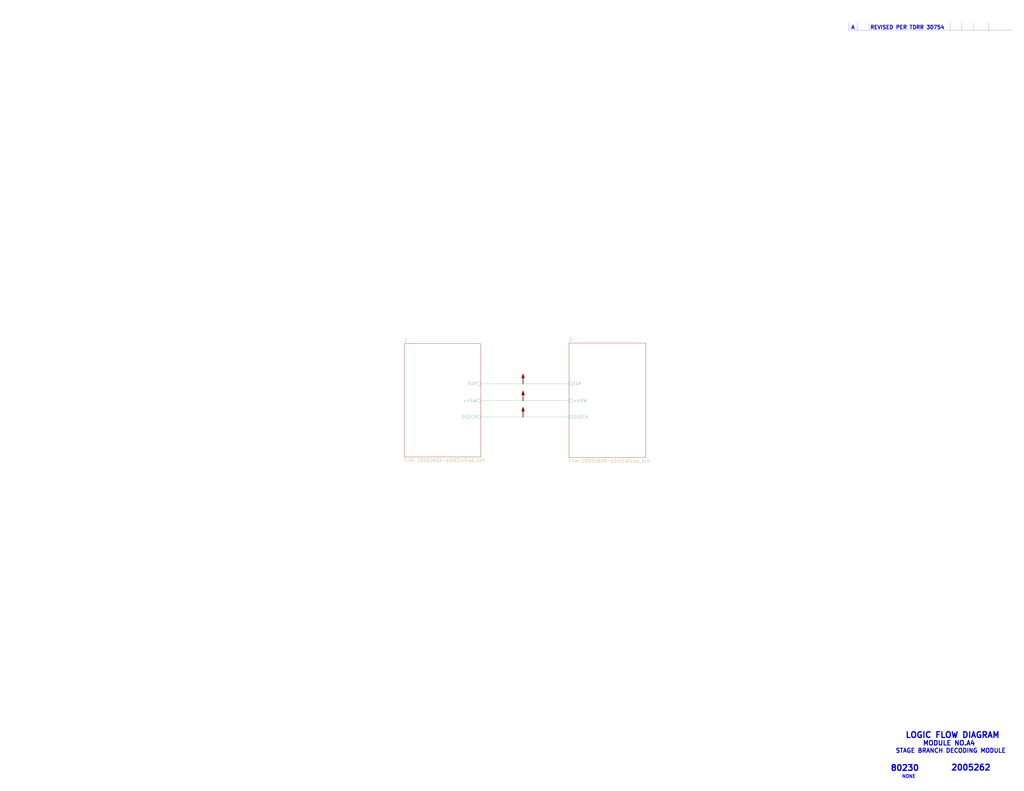
<source format=kicad_sch>
(kicad_sch (version 20211123) (generator eeschema)
  (paper "E")
  (lib_symbols
    (symbol "AGC_DSKY:PWR_FLAG" (power) (pin_numbers hide) (pin_names (offset 0) hide)
      (symbol "PWR_FLAG_0_0"
        (pin power_out line (at 0 0 90) (length 0) (name "pwr") (number "1"))
      )
      (symbol "PWR_FLAG_0_1"
        (polyline (pts (xy 0 0) (xy 0 10.16)) (stroke (width 0.762)))
        (polyline (pts (xy 0 10.16) (xy -1.27 6.35) (xy 1.27 6.35) (xy 0 10.16)) (stroke (width 0.762)) (fill (type outline)))
      )
    )
  )
  (junction (at 570.865 437.515))
  (junction (at 570.865 455.295))
  (junction (at 570.865 419.1))
  (polyline (pts (xy 1037.1074 24.9936) (xy 1037.1074 32.9692)) (stroke (width 0.1524) (type solid)))
  (wire (pts (xy 570.865 419.1) (xy 621.03 419.1)))
  (wire (pts (xy 621.03 437.515) (xy 570.865 437.515)))
  (wire (pts (xy 524.51 419.1) (xy 570.865 419.1)))
  (polyline (pts (xy 935.7106 24.9936) (xy 935.7106 33.02)) (stroke (width 0.1524) (type solid)))
  (wire (pts (xy 570.865 455.295) (xy 621.03 455.295)))
  (polyline (pts (xy 1049.8074 24.9936) (xy 1049.8074 33.02)) (stroke (width 0.1524) (type solid)))
  (polyline (pts (xy 1062.5074 24.9936) (xy 1062.5074 33.02)) (stroke (width 0.1524) (type solid)))
  (polyline (pts (xy 948.69 24.9682) (xy 948.69 33.02)) (stroke (width 0.1524) (type solid)))
  (polyline (pts (xy 1078.992 24.9936) (xy 1078.992 33.02)) (stroke (width 0.1524) (type solid)))
  (wire (pts (xy 570.865 437.515) (xy 524.51 437.515)))
  (polyline (pts (xy 926.1094 24.9428) (xy 926.1094 33.02)) (stroke (width 0.1524) (type solid)))
  (polyline (pts (xy 926.1856 33.02) (xy 1104.9 33.02)) (stroke (width 0.1524) (type solid)))
  (wire (pts (xy 524.51 455.295) (xy 570.865 455.295)))
  (text "2005262" (at 1037.6408 842.0608 0) (effects (font (size 6.35 6.35) (thickness 1.27) bold) (justify left bottom)))
  (text "MODULE NO.A4" (at 1006.9576 814.6288 0) (effects (font (size 5.08 5.08) (thickness 1.016) bold) (justify left bottom)))
  (text "A" (at 928.624 32.3596 0) (effects (font (size 4.064 4.064) (thickness 0.8128) bold) (justify left bottom)))
  (text "80230" (at 971.6008 842.4672 0) (effects (font (size 6.35 6.35) (thickness 1.27) bold) (justify left bottom)))
  (text "REVISED PER TDRR 30754" (at 949.5028 32.3596 0) (effects (font (size 4.064 4.064) (thickness 0.8128) bold) (justify left bottom)))
  (text "LOGIC FLOW DIAGRAM" (at 987.8568 806.5008 0) (effects (font (size 6.35 6.35) (thickness 1.27) bold) (justify left bottom)))
  (text "NONE" (at 984.1992 849.9856 0) (effects (font (size 3.556 3.556) (thickness 0.7112) bold) (justify left bottom)))
  (text "STAGE BRANCH DECODING MODULE" (at 977.2904 822.5536 0) (effects (font (size 4.572 4.572) (thickness 0.9144) bold) (justify left bottom)))
  (symbol (lib_id "AGC_DSKY:PWR_FLAG") (at 570.865 419.1 0) (unit 1)
    (property "Reference" "#FLG01" (effects hide))
    (property "Value" "PWR_FLAG" (effects hide))
  )
  (symbol (lib_id "AGC_DSKY:PWR_FLAG") (at 570.865 437.515 0) (unit 1)
    (property "Reference" "#FLG02" (effects hide))
    (property "Value" "PWR_FLAG" (effects hide))
  )
  (symbol (lib_id "AGC_DSKY:PWR_FLAG") (at 570.865 455.295 0) (unit 1)
    (property "Reference" "#FLG03" (effects hide))
    (property "Value" "PWR_FLAG" (effects hide))
  )
  (sheet (at 441.325 375.285) (size 83.185 123.825)
    (property "Sheet name" "1" (at 441.325 373.4304 0) (effects (font (size 3.556 3.556)) (justify left bottom)))
    (property "Sheet file" "2005262A-p1of2.kicad_sch" (at 441.325 500.609 0) (effects (font (size 3.556 3.556)) (justify left top)))
    (pin "FAP" passive (at 524.51 419.1 0) (effects (font (size 3.556 3.556))))
    (pin "0VDCA" passive (at 524.51 455.295 0) (effects (font (size 3.556 3.556))))
    (pin "+4SW" passive (at 524.51 437.515 0) (effects (font (size 3.556 3.556))))
  )
  (sheet (at 621.03 374.65) (size 83.82 125.095)
    (property "Sheet name" "2" (at 621.03 372.7954 0) (effects (font (size 3.556 3.556)) (justify left bottom)))
    (property "Sheet file" "2005262A-p2of2.kicad_sch" (at 621.03 501.244 0) (effects (font (size 3.556 3.556)) (justify left top)))
    (pin "FAP" passive (at 621.03 419.1 180) (effects (font (size 3.556 3.556))))
    (pin "+4SW" passive (at 621.03 437.515 180) (effects (font (size 3.556 3.556))))
    (pin "0VDCA" passive (at 621.03 455.295 180) (effects (font (size 3.556 3.556))))
  )
)
</source>
